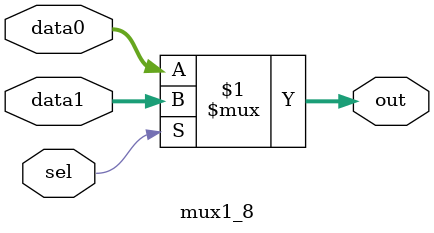
<source format=v>
module mux1_8(data0, data1, sel, out);

	// a mux of 1 bit in selector, 16 bit in data

	input [7:0] data0, data1;
	input sel;
	output [7:0] out;
	
	assign out = sel ? data1 : data0;
	
endmodule
</source>
